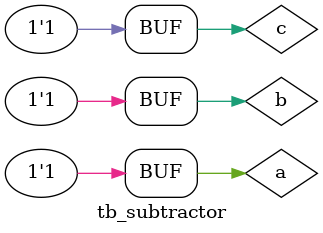
<source format=v>
module tb_subtractor ;
reg a,b,c;
wire diff, borrow;

fs_using_hs A(diff,borrow,a,b,c);

initial begin
    $monitor($time, " diff = %b, borrow = %b, a,b,c = %b %b %b", diff,borrow,a,b,c);
    {a,b,c} = 3'b000;
    repeat (7)
    begin
        #1;
        {a,b,c} = {a,b,c} + 1'b1;
        
    end
end
endmodule

</source>
